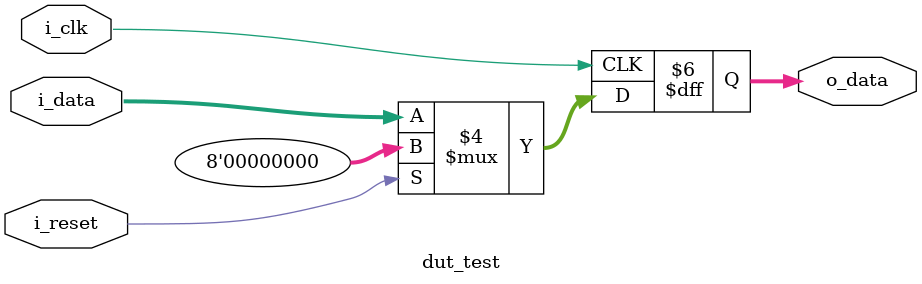
<source format=sv>


module dut_test
(
    input logic         i_clk
,   input logic         i_reset
,   input logic [7:0]   i_data
,   output logic [7:0]  o_data
);

    always_ff @(posedge i_clk) begin
        if (!i_reset) begin
            o_data <= i_data;
        end
        else begin
            o_data <= 0;
        end
    end

endmodule: dut_test
</source>
